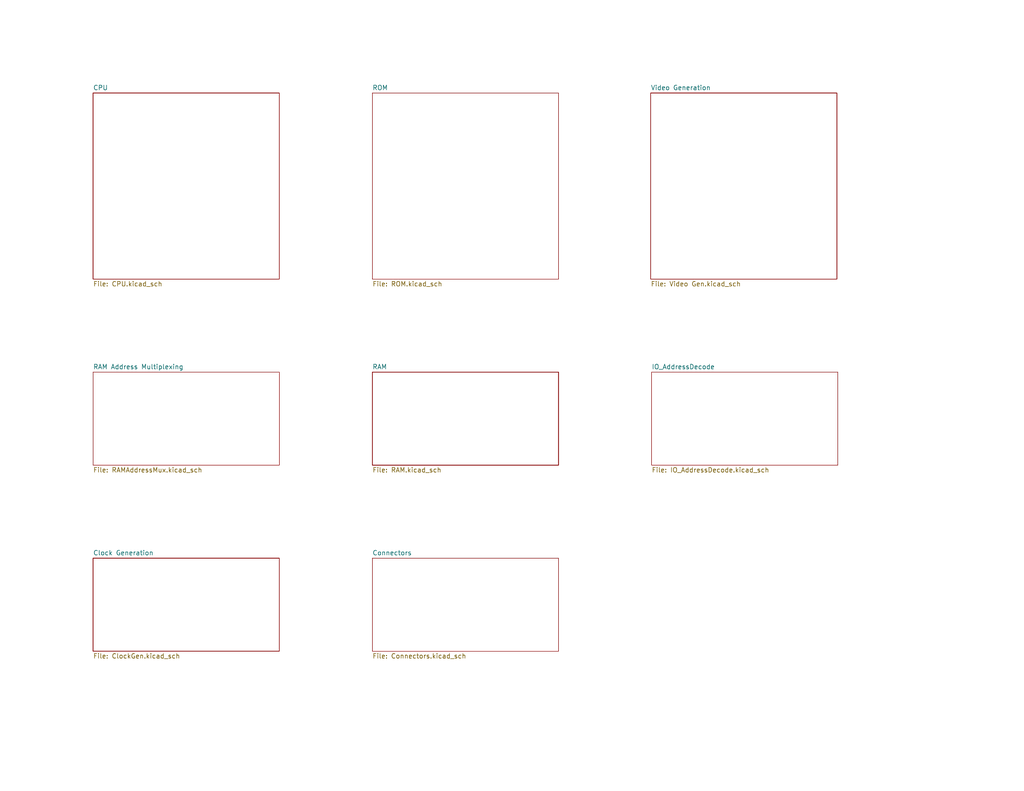
<source format=kicad_sch>
(kicad_sch (version 20230121) (generator eeschema)
  (paper "USLetter")
  (title_block (title "Apple II+ Schematic") (rev "0") (comment 1 "Captured from the Apple II Reference Manual (1979)"))
  (lib_symbols)
  (sheet (at 25.4 25.4) (size 50.8 50.8)
    (property "Sheetname" "CPU" (at 25.4 24.6884 0) (effects (justify left bottom)))
    (property "Sheetfile" "CPU.kicad_sch" (at 25.4 76.7846 0) (effects (justify left top)))
  )
  (sheet (at 25.4 152.4) (size 50.8 25.4)
    (property "Sheetname" "Clock Generation" (at 25.4 151.6884 0) (effects (justify left bottom)))
    (property "Sheetfile" "ClockGen.kicad_sch" (at 25.4 178.3846 0) (effects (justify left top)))
  )
  (sheet (at 177.8 101.6) (size 50.8 25.4) (fill (color 255 255 255 1.0000))
    (property "Sheetname" "IO_AddressDecode" (at 177.8 100.8884 0) (effects (justify left bottom)))
    (property "Sheetfile" "IO_AddressDecode.kicad_sch" (at 177.8 127.5846 0) (effects (justify left top)))
  )
  (sheet (at 25.4 101.6) (size 50.8 25.4) (fill (color 255 255 255 1.0000))
    (property "Sheetname" "RAM Address Multiplexing" (at 25.4 100.8884 0) (effects (justify left bottom)))
    (property "Sheetfile" "RAMAddressMux.kicad_sch" (at 25.4 127.5846 0) (effects (justify left top)))
  )
  (sheet (at 101.6 25.4) (size 50.8 50.8) (fill (color 255 255 255 1.0000))
    (property "Sheetname" "ROM" (at 101.6 24.6884 0) (effects (justify left bottom)))
    (property "Sheetfile" "ROM.kicad_sch" (at 101.6 76.7846 0) (effects (justify left top)))
  )
  (sheet (at 101.6 101.6) (size 50.8 25.4)
    (property "Sheetname" "RAM" (at 101.6 100.8884 0) (effects (justify left bottom)))
    (property "Sheetfile" "RAM.kicad_sch" (at 101.6 127.5846 0) (effects (justify left top)))
  )
  (sheet (at 101.6 152.4) (size 50.8 25.4) (fill (color 255 255 255 1.0000))
    (property "Sheetname" "Connectors" (at 101.6 151.6884 0) (effects (justify left bottom)))
    (property "Sheetfile" "Connectors.kicad_sch" (at 101.6 178.3846 0) (effects (justify left top)))
  )
  (sheet (at 177.546 25.4) (size 50.8 50.8)
    (property "Sheetname" "Video Generation" (at 177.546 24.6884 0) (effects (justify left bottom)))
    (property "Sheetfile" "Video Gen.kicad_sch" (at 177.546 76.7846 0) (effects (justify left top)))
  )
)
</source>
